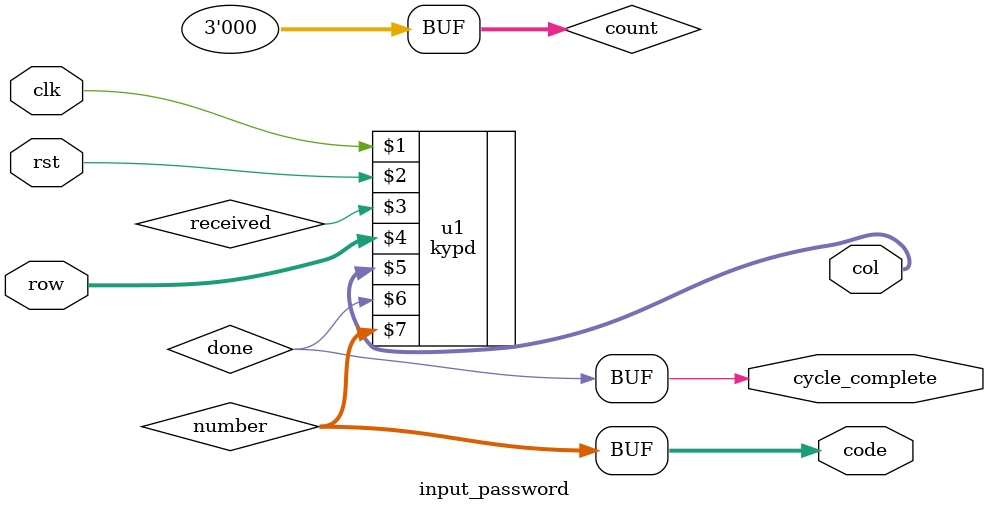
<source format=v>
module input_password(
input clk, rst,
input [3:0] row,
output [3:0] col,
output cycle_complete,
output [15:0] code
);
wire [15:0] number;
//wire [3:0] num;
reg [2:0]count = 0;
wire done;
reg received;

kypd u1 (clk, rst, received, row, col, done, number);

assign cycle_complete = done;
assign code = number;
endmodule

</source>
